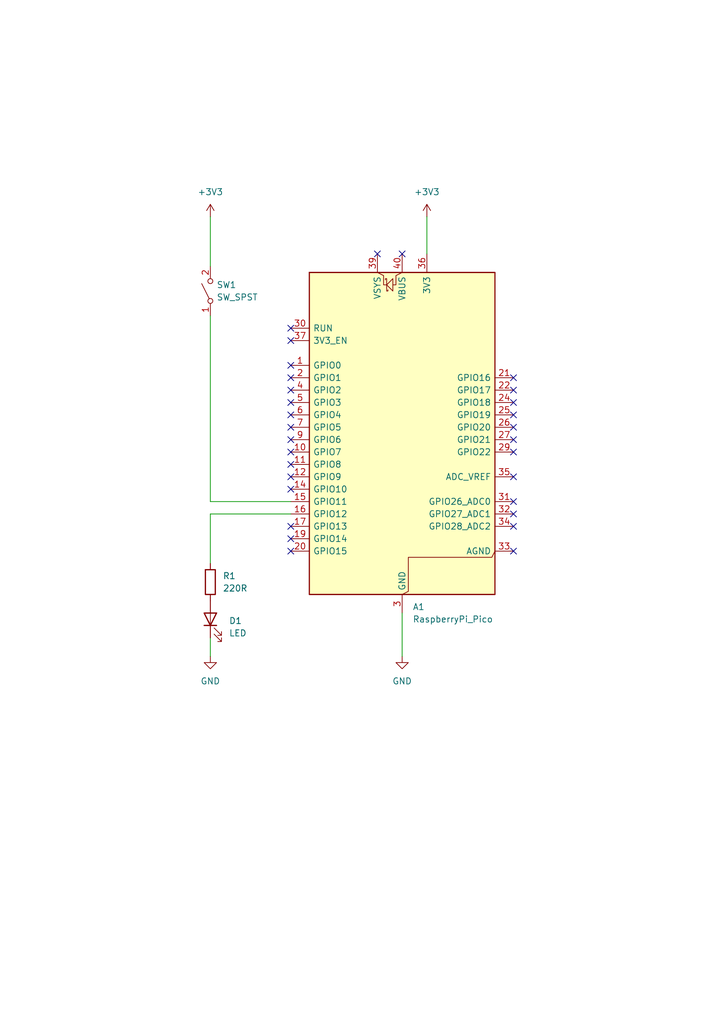
<source format=kicad_sch>
(kicad_sch (version 20250114) (generator "eeschema") (generator_version "9.0")
  (paper "A5" portrait)
  (title_block (title "Hello_Button") (date "2025-11-14") (rev "1") (comment 1 "For testing Yarg hello_button.ya"))
  (lib_symbols
    (symbol "Device:LED" (pin_numbers (hide yes)) (pin_names (offset 1.016) (hide yes))
      (property "Reference" "D" (at 0 2.54 0))
      (property "Value" "LED" (at 0 -2.54 0))
      (symbol "LED_0_1"
        (polyline (pts (xy -3.048 -0.762) (xy -4.572 -2.286) (xy -3.81 -2.286) (xy -4.572 -2.286) (xy -4.572 -1.524)))
        (polyline (pts (xy -1.778 -0.762) (xy -3.302 -2.286) (xy -2.54 -2.286) (xy -3.302 -2.286) (xy -3.302 -1.524)))
        (polyline (pts (xy -1.27 0) (xy 1.27 0)))
        (polyline (pts (xy -1.27 -1.27) (xy -1.27 1.27)) (stroke (width 0.254)))
        (polyline (pts (xy 1.27 -1.27) (xy 1.27 1.27) (xy -1.27 0) (xy 1.27 -1.27)) (stroke (width 0.254)))
      )
      (symbol "LED_1_1"
        (pin passive line (at -3.81 0 0) (length 2.54) (name "K") (number "1"))
        (pin passive line (at 3.81 0 180) (length 2.54) (name "A") (number "2"))
      )
    )
    (symbol "Device:R" (pin_numbers (hide yes)) (pin_names (offset 0))
      (property "Reference" "R" (at 2.032 0 90))
      (property "Value" "R" (at 0 0 90))
      (symbol "R_0_1"
        (rectangle (start -1.016 -2.54) (end 1.016 2.54) (stroke (width 0.254)))
      )
      (symbol "R_1_1"
        (pin passive line (at 0 3.81 270) (length 1.27) (name "~") (number "1"))
        (pin passive line (at 0 -3.81 90) (length 1.27) (name "~") (number "2"))
      )
    )
    (symbol "MCU_Module:RaspberryPi_Pico" (pin_names (offset 0.762))
      (property "Reference" "A" (at -19.05 35.56 0))
      (property "Value" "RaspberryPi_Pico" (at 7.62 35.56 0))
      (symbol "RaspberryPi_Pico_0_1"
        (rectangle (start -19.05 34.29) (end 19.05 -31.75) (stroke (width 0.254)) (fill (type background)))
        (polyline (pts (xy -5.08 34.29) (xy -3.81 33.655) (xy -3.81 31.75) (xy -3.175 31.75)))
        (polyline (pts (xy -3.429 32.766) (xy -3.429 33.02) (xy -3.175 33.02) (xy -3.175 30.48) (xy -2.921 30.48) (xy -2.921 30.734)))
        (polyline (pts (xy -3.175 31.75) (xy -1.905 33.02) (xy -1.905 30.48) (xy -3.175 31.75)))
        (polyline (pts (xy 0 34.29) (xy -1.27 33.655) (xy -1.27 31.75) (xy -1.905 31.75)))
        (polyline (pts (xy 0 -31.75) (xy 1.27 -31.115) (xy 1.27 -24.13) (xy 18.415 -24.13) (xy 19.05 -22.86)))
      )
      (symbol "RaspberryPi_Pico_1_1"
        (pin passive line (at -22.86 22.86 0) (length 3.81) (name "RUN") (number "30"))
        (pin passive line (at -22.86 20.32 0) (length 3.81) (name "3V3_EN") (number "37"))
        (pin bidirectional line (at -22.86 15.24 0) (length 3.81) (name "GPIO0") (number "1"))
        (pin bidirectional line (at -22.86 12.7 0) (length 3.81) (name "GPIO1") (number "2"))
        (pin bidirectional line (at -22.86 10.16 0) (length 3.81) (name "GPIO2") (number "4"))
        (pin bidirectional line (at -22.86 7.62 0) (length 3.81) (name "GPIO3") (number "5"))
        (pin bidirectional line (at -22.86 5.08 0) (length 3.81) (name "GPIO4") (number "6"))
        (pin bidirectional line (at -22.86 2.54 0) (length 3.81) (name "GPIO5") (number "7"))
        (pin bidirectional line (at -22.86 0 0) (length 3.81) (name "GPIO6") (number "9"))
        (pin bidirectional line (at -22.86 -2.54 0) (length 3.81) (name "GPIO7") (number "10"))
        (pin bidirectional line (at -22.86 -5.08 0) (length 3.81) (name "GPIO8") (number "11"))
        (pin bidirectional line (at -22.86 -7.62 0) (length 3.81) (name "GPIO9") (number "12"))
        (pin bidirectional line (at -22.86 -10.16 0) (length 3.81) (name "GPIO10") (number "14"))
        (pin bidirectional line (at -22.86 -12.7 0) (length 3.81) (name "GPIO11") (number "15"))
        (pin bidirectional line (at -22.86 -15.24 0) (length 3.81) (name "GPIO12") (number "16"))
        (pin bidirectional line (at -22.86 -17.78 0) (length 3.81) (name "GPIO13") (number "17"))
        (pin bidirectional line (at -22.86 -20.32 0) (length 3.81) (name "GPIO14") (number "19"))
        (pin bidirectional line (at -22.86 -22.86 0) (length 3.81) (name "GPIO15") (number "20"))
        (pin power_in line (at -5.08 38.1 270) (length 3.81) (name "VSYS") (number "39"))
        (pin power_out line (at 0 38.1 270) (length 3.81) (name "VBUS") (number "40"))
        (pin passive line (at 0 -35.56 90) (length 3.81) (hide yes) (name "GND") (number "13"))
        (pin passive line (at 0 -35.56 90) (length 3.81) (hide yes) (name "GND") (number "18"))
        (pin passive line (at 0 -35.56 90) (length 3.81) (hide yes) (name "GND") (number "23"))
        (pin passive line (at 0 -35.56 90) (length 3.81) (hide yes) (name "GND") (number "28"))
        (pin power_out line (at 0 -35.56 90) (length 3.81) (name "GND") (number "3"))
        (pin passive line (at 0 -35.56 90) (length 3.81) (hide yes) (name "GND") (number "38"))
        (pin passive line (at 0 -35.56 90) (length 3.81) (hide yes) (name "GND") (number "8"))
        (pin power_out line (at 5.08 38.1 270) (length 3.81) (name "3V3") (number "36"))
        (pin bidirectional line (at 22.86 12.7 180) (length 3.81) (name "GPIO16") (number "21"))
        (pin bidirectional line (at 22.86 10.16 180) (length 3.81) (name "GPIO17") (number "22"))
        (pin bidirectional line (at 22.86 7.62 180) (length 3.81) (name "GPIO18") (number "24"))
        (pin bidirectional line (at 22.86 5.08 180) (length 3.81) (name "GPIO19") (number "25"))
        (pin bidirectional line (at 22.86 2.54 180) (length 3.81) (name "GPIO20") (number "26"))
        (pin bidirectional line (at 22.86 0 180) (length 3.81) (name "GPIO21") (number "27"))
        (pin bidirectional line (at 22.86 -2.54 180) (length 3.81) (name "GPIO22") (number "29"))
        (pin power_in line (at 22.86 -7.62 180) (length 3.81) (name "ADC_VREF") (number "35"))
        (pin bidirectional line (at 22.86 -12.7 180) (length 3.81) (name "GPIO26_ADC0") (number "31"))
        (pin bidirectional line (at 22.86 -15.24 180) (length 3.81) (name "GPIO27_ADC1") (number "32"))
        (pin bidirectional line (at 22.86 -17.78 180) (length 3.81) (name "GPIO28_ADC2") (number "34"))
        (pin power_out line (at 22.86 -22.86 180) (length 3.81) (name "AGND") (number "33"))
      )
    )
    (symbol "Switch:SW_SPST" (pin_names (offset 0) (hide yes))
      (property "Reference" "SW" (at 0 3.175 0))
      (property "Value" "SW_SPST" (at 0 -2.54 0))
      (symbol "SW_SPST_0_0"
        (circle (center -2.032 0) (radius 0.508))
        (polyline (pts (xy -1.524 0.254) (xy 1.524 1.778)))
        (circle (center 2.032 0) (radius 0.508))
      )
      (symbol "SW_SPST_1_1"
        (pin passive line (at -5.08 0 0) (length 2.54) (name "A") (number "1"))
        (pin passive line (at 5.08 0 180) (length 2.54) (name "B") (number "2"))
      )
    )
    (symbol "power:+3V3" (power) (pin_numbers (hide yes)) (pin_names (offset 0) (hide yes))
      (property "Value" "+3V3" (at 0 3.556 0))
      (symbol "+3V3_0_1"
        (polyline (pts (xy -0.762 1.27) (xy 0 2.54)))
        (polyline (pts (xy 0 2.54) (xy 0.762 1.27)))
        (polyline (pts (xy 0 0) (xy 0 2.54)))
      )
      (symbol "+3V3_1_1"
        (pin power_in line (at 0 0 90) (length 0) (name "~") (number "1"))
      )
    )
    (symbol "power:GND" (power) (pin_numbers (hide yes)) (pin_names (offset 0) (hide yes))
      (property "Value" "GND" (at 0 -3.81 0))
      (symbol "GND_0_1"
        (polyline (pts (xy 0 0) (xy 0 -1.27) (xy 1.27 -1.27) (xy 0 -2.54) (xy -1.27 -1.27) (xy 0 -1.27)))
      )
      (symbol "GND_1_1"
        (pin power_in line (at 0 0 270) (length 0) (name "~") (number "1"))
      )
    )
  )
  (no_connect (at 105.41 87.63))
  (no_connect (at 59.69 92.71))
  (no_connect (at 59.69 67.31))
  (no_connect (at 59.69 69.85))
  (no_connect (at 59.69 85.09))
  (no_connect (at 105.41 113.03))
  (no_connect (at 105.41 77.47))
  (no_connect (at 59.69 90.17))
  (no_connect (at 105.41 82.55))
  (no_connect (at 59.69 87.63))
  (no_connect (at 59.69 97.79))
  (no_connect (at 59.69 107.95))
  (no_connect (at 59.69 113.03))
  (no_connect (at 105.41 85.09))
  (no_connect (at 59.69 110.49))
  (no_connect (at 105.41 97.79))
  (no_connect (at 105.41 105.41))
  (no_connect (at 105.41 107.95))
  (no_connect (at 59.69 80.01))
  (no_connect (at 82.55 52.07))
  (no_connect (at 105.41 102.87))
  (no_connect (at 59.69 77.47))
  (no_connect (at 105.41 80.01))
  (no_connect (at 59.69 74.93))
  (no_connect (at 105.41 92.71))
  (no_connect (at 59.69 82.55))
  (no_connect (at 77.47 52.07))
  (no_connect (at 59.69 100.33))
  (no_connect (at 105.41 90.17))
  (no_connect (at 59.69 95.25))
  (wire (pts (xy 43.18 44.45) (xy 43.18 54.61)))
  (wire (pts (xy 82.55 125.73) (xy 82.55 134.62)))
  (wire (pts (xy 43.18 105.41) (xy 43.18 115.57)))
  (wire (pts (xy 87.63 44.45) (xy 87.63 52.07)))
  (wire (pts (xy 43.18 105.41) (xy 59.69 105.41)))
  (wire (pts (xy 59.69 102.87) (xy 43.18 102.87)))
  (wire (pts (xy 43.18 130.81) (xy 43.18 134.62)))
  (wire (pts (xy 43.18 64.77) (xy 43.18 102.87)))
  (symbol (lib_id "power:+3V3") (at 87.63 44.45 0) (unit 1)
    (property "Reference" "#PWR03" (effects (hide yes)))
    (property "Value" "+3V3" (at 87.63 39.37 0))
    (property "Description" "Power symbol creates a global label with name \"+3V3\"" (effects (hide yes)))
  )
  (symbol (lib_id "power:GND") (at 43.18 134.62 0) (unit 1)
    (property "Reference" "#PWR01" (effects (hide yes)))
    (property "Value" "GND" (at 43.18 139.7 0))
    (property "Description" "Power symbol creates a global label with name \"GND\" , ground" (effects (hide yes)))
  )
  (symbol (lib_id "Switch:SW_SPST") (at 43.18 59.69 90) (unit 1)
    (property "Reference" "SW1" (at 44.45 58.4199 90) (effects (justify right)))
    (property "Value" "SW_SPST" (at 44.45 60.9599 90) (effects (justify right)))
    (property "Footprint" "Button_Switch_THT:SW_Tactile_Straight_KSL0Axx1LFTR" (effects (hide yes)))
    (property "Description" "Single Pole Single Throw (SPST) switch" (effects (hide yes)))
  )
  (symbol (lib_id "MCU_Module:RaspberryPi_Pico") (at 82.55 90.17 0) (unit 1)
    (property "Reference" "A1" (at 84.6933 124.46 0) (effects (justify left)))
    (property "Value" "RaspberryPi_Pico" (at 84.6933 127 0) (effects (justify left)))
    (property "Footprint" "Module:RaspberryPi_Pico_Common_THT" (effects (hide yes)))
    (property "Datasheet" "https://datasheets.raspberrypi.com/pico/pico-datasheet.pdf" (effects (hide yes)))
    (property "Description" "Versatile and inexpensive microcontroller module powered by RP2040 dual-core Arm Cortex-M0+ processor up to 133 MHz, 264kB SRAM, 2MB QSPI flash; also supports Raspberry Pi Pico 2" (effects (hide yes)))
  )
  (symbol (lib_id "power:GND") (at 82.55 134.62 0) (unit 1)
    (property "Reference" "#PWR02" (effects (hide yes)))
    (property "Value" "GND" (at 82.55 139.7 0))
    (property "Description" "Power symbol creates a global label with name \"GND\" , ground" (effects (hide yes)))
  )
  (symbol (lib_id "power:+3V3") (at 43.18 44.45 0) (unit 1)
    (property "Reference" "#PWR04" (effects (hide yes)))
    (property "Value" "+3V3" (at 43.18 39.37 0))
    (property "Description" "Power symbol creates a global label with name \"+3V3\"" (effects (hide yes)))
  )
  (symbol (lib_id "Device:LED") (at 43.18 127 90) (unit 1)
    (property "Reference" "D1" (at 46.99 127.3174 90) (effects (justify right)))
    (property "Value" "LED" (at 46.99 129.8574 90) (effects (justify right)))
    (property "Description" "Light emitting diode" (effects (hide yes)))
    (property "Sim.Pins" "1=K 2=A" (effects (hide yes)))
  )
  (symbol (lib_id "Device:R") (at 43.18 119.38 0) (unit 1)
    (property "Reference" "R1" (at 45.72 118.1099 0) (effects (justify left)))
    (property "Value" "220R" (at 45.72 120.6499 0) (effects (justify left)))
    (property "Footprint" "Resistor_THT:R_Axial_DIN0204_L3.6mm_D1.6mm_P7.62mm_Horizontal" (effects (hide yes)))
    (property "Description" "Resistor" (effects (hide yes)))
  )
)
</source>
